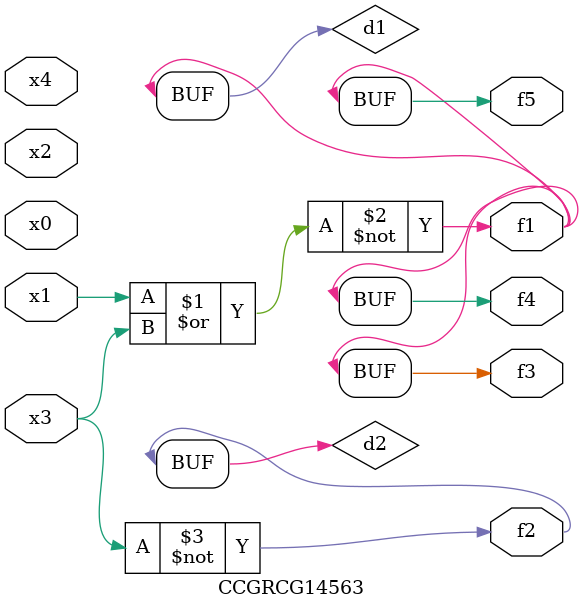
<source format=v>
module CCGRCG14563(
	input x0, x1, x2, x3, x4,
	output f1, f2, f3, f4, f5
);

	wire d1, d2;

	nor (d1, x1, x3);
	not (d2, x3);
	assign f1 = d1;
	assign f2 = d2;
	assign f3 = d1;
	assign f4 = d1;
	assign f5 = d1;
endmodule

</source>
